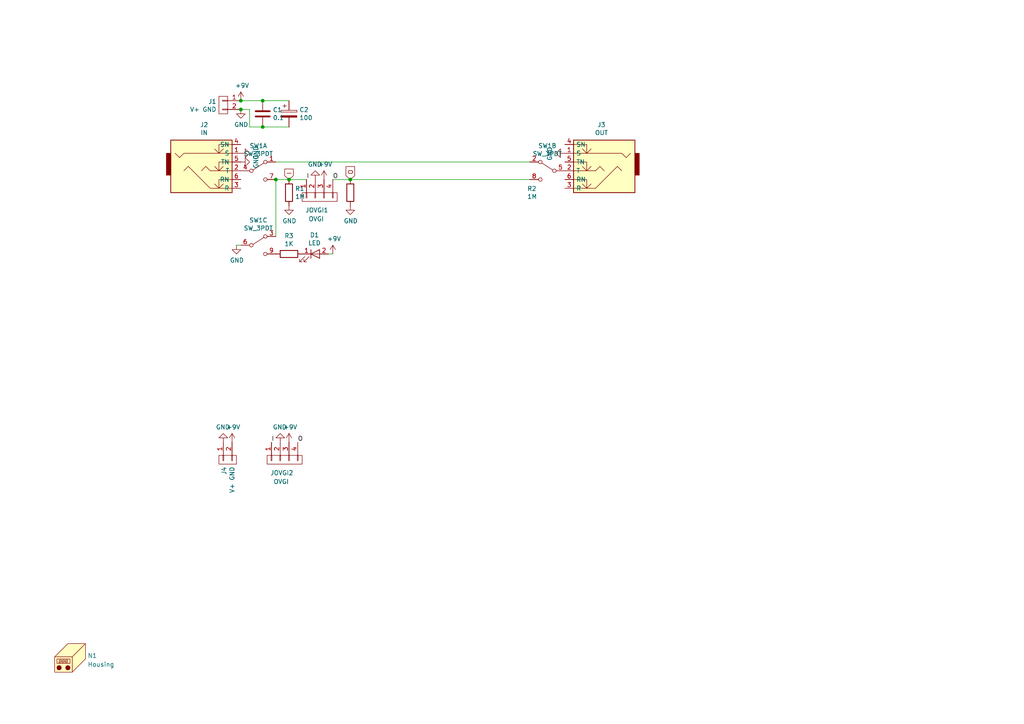
<source format=kicad_sch>
(kicad_sch (version 20230121) (generator eeschema)
  (paper "A4")
  (lib_symbols
    (symbol "1590B-rescue:C-device" (pin_numbers hide) (pin_names (offset 0.254))
      (property "Reference" "C" (at 0.635 2.54 0))
      (property "Value" "device:C" (at 0.635 -2.54 0))
      (symbol "C-device_0_1"
        (polyline (pts (xy -2.032 -0.762) (xy 2.032 -0.762)) (stroke (width 0.508)))
        (polyline (pts (xy -2.032 0.762) (xy 2.032 0.762)) (stroke (width 0.508)))
      )
      (symbol "C-device_1_1"
        (pin passive line (at 0 3.81 270) (length 2.794) (name "~") (number "1"))
        (pin passive line (at 0 -3.81 90) (length 2.794) (name "~") (number "2"))
      )
    )
    (symbol "1590B-rescue:CONN_01X02-conn" (pin_names (offset 1.016) hide)
      (property "Reference" "J" (at 0 3.81 0))
      (property "Value" "conn:CONN_01X02" (at 2.54 0 90))
      (symbol "CONN_01X02-conn_0_1"
        (rectangle (start -1.27 -1.143) (end 0.254 -1.397))
        (rectangle (start -1.27 1.397) (end 0.254 1.143))
        (rectangle (start -1.27 2.54) (end 1.27 -2.54))
      )
      (symbol "CONN_01X02-conn_1_1"
        (pin passive line (at -5.08 1.27 0) (length 3.81) (name "P1") (number "1"))
        (pin passive line (at -5.08 -1.27 0) (length 3.81) (name "P2") (number "2"))
      )
    )
    (symbol "1590B-rescue:CONN_01X04-conn" (pin_names (offset 1.016) hide)
      (property "Reference" "J" (at 0 6.35 0))
      (property "Value" "conn:CONN_01X04" (at 2.54 0 90))
      (symbol "CONN_01X04-conn_0_1"
        (rectangle (start -1.27 -3.683) (end 0.254 -3.937))
        (rectangle (start -1.27 -1.143) (end 0.254 -1.397))
        (rectangle (start -1.27 1.397) (end 0.254 1.143))
        (rectangle (start -1.27 3.937) (end 0.254 3.683))
        (rectangle (start -1.27 5.08) (end 1.27 -5.08))
      )
      (symbol "CONN_01X04-conn_1_1"
        (pin passive line (at -5.08 3.81 0) (length 3.81) (name "P1") (number "1"))
        (pin passive line (at -5.08 1.27 0) (length 3.81) (name "P2") (number "2"))
        (pin passive line (at -5.08 -1.27 0) (length 3.81) (name "P3") (number "3"))
        (pin passive line (at -5.08 -3.81 0) (length 3.81) (name "P4") (number "4"))
      )
    )
    (symbol "1590B-rescue:CP-device" (pin_numbers hide) (pin_names (offset 0.254))
      (property "Reference" "C" (at 0.635 2.54 0))
      (property "Value" "device:CP" (at 0.635 -2.54 0))
      (symbol "CP-device_0_1"
        (rectangle (start -2.286 0.508) (end -2.286 1.016))
        (rectangle (start -2.286 0.508) (end 2.286 0.508))
        (polyline (pts (xy -1.778 2.286) (xy -0.762 2.286)))
        (polyline (pts (xy -1.27 2.794) (xy -1.27 1.778)))
        (rectangle (start 2.286 -0.508) (end -2.286 -1.016) (fill (type outline)))
        (rectangle (start 2.286 1.016) (end -2.286 1.016))
        (rectangle (start 2.286 1.016) (end 2.286 0.508))
      )
      (symbol "CP-device_1_1"
        (pin passive line (at 0 3.81 270) (length 2.794) (name "~") (number "1"))
        (pin passive line (at 0 -3.81 90) (length 2.794) (name "~") (number "2"))
      )
    )
    (symbol "1590B-rescue:JACK_TRS_6PINS-conn" (pin_names (offset 0.762))
      (property "Reference" "J" (at 0 10.16 0))
      (property "Value" "conn:JACK_TRS_6PINS" (at -1.27 -7.62 0))
      (symbol "JACK_TRS_6PINS-conn_0_0"
        (polyline (pts (xy 3.81 -5.08) (xy 3.81 -2.54) (xy 7.62 -2.54)))
        (polyline (pts (xy 3.81 0) (xy 3.81 2.54) (xy 7.62 2.54)))
        (polyline (pts (xy 3.81 5.08) (xy 3.81 7.62) (xy 7.62 7.62)))
        (polyline (pts (xy -8.89 5.08) (xy -7.62 3.81) (xy -6.35 5.08) (xy 7.62 5.08)))
        (polyline (pts (xy -6.35 0) (xy -5.08 1.27) (xy 1.27 -5.08) (xy 7.62 -5.08)))
      )
      (symbol "JACK_TRS_6PINS-conn_0_1"
        (rectangle (start -11.43 5.08) (end -10.16 -1.27) (fill (type outline)))
        (polyline (pts (xy 1.27 0) (xy 7.62 0)))
        (polyline (pts (xy 1.27 0) (xy 0 1.27) (xy -1.27 0) (xy -1.27 0)))
        (polyline (pts (xy 2.54 -3.81) (xy 3.81 -5.08) (xy 5.08 -3.81) (xy 5.08 -3.81)))
        (polyline (pts (xy 2.54 1.27) (xy 3.81 0) (xy 5.08 1.27) (xy 5.08 1.27)))
        (polyline (pts (xy 2.54 6.35) (xy 3.81 5.08) (xy 5.08 6.35) (xy 5.08 6.35)))
        (rectangle (start 7.62 -6.35) (end -10.16 8.89) (stroke (width 0.254)) (fill (type background)))
      )
      (symbol "JACK_TRS_6PINS-conn_1_1"
        (pin passive line (at 10.16 5.08 180) (length 2.54) (name "S") (number "1"))
        (pin passive line (at 10.16 0 180) (length 2.54) (name "T") (number "2"))
        (pin passive line (at 10.16 -5.08 180) (length 2.54) (name "R") (number "3"))
        (pin passive line (at 10.16 7.62 180) (length 2.54) (name "SN") (number "4"))
        (pin passive line (at 10.16 2.54 180) (length 2.54) (name "TN") (number "5"))
        (pin passive line (at 10.16 -2.54 180) (length 2.54) (name "RN") (number "6"))
      )
    )
    (symbol "1590B-rescue:LED-device" (pin_names (offset 1.016) hide)
      (property "Reference" "D" (at 0 2.54 0))
      (property "Value" "device:LED" (at 0 -2.54 0))
      (symbol "LED-device_0_1"
        (polyline (pts (xy -1.27 -1.27) (xy -1.27 1.27)) (stroke (width 0.2032)))
        (polyline (pts (xy -1.27 0) (xy 1.27 0)))
        (polyline (pts (xy 1.27 -1.27) (xy 1.27 1.27) (xy -1.27 0) (xy 1.27 -1.27)) (stroke (width 0.2032)))
        (polyline (pts (xy -3.048 -0.762) (xy -4.572 -2.286) (xy -3.81 -2.286) (xy -4.572 -2.286) (xy -4.572 -1.524)))
        (polyline (pts (xy -1.778 -0.762) (xy -3.302 -2.286) (xy -2.54 -2.286) (xy -3.302 -2.286) (xy -3.302 -1.524)))
      )
      (symbol "LED-device_1_1"
        (pin passive line (at -3.81 0 0) (length 2.54) (name "K") (number "1"))
        (pin passive line (at 3.81 0 180) (length 2.54) (name "A") (number "2"))
      )
    )
    (symbol "1590B-rescue:R-device" (pin_numbers hide) (pin_names (offset 0))
      (property "Reference" "R" (at 2.032 0 90))
      (property "Value" "device:R" (at 0 0 90))
      (symbol "R-device_0_1"
        (rectangle (start -1.016 -2.54) (end 1.016 2.54) (stroke (width 0.254)))
      )
      (symbol "R-device_1_1"
        (pin passive line (at 0 3.81 270) (length 1.27) (name "~") (number "1"))
        (pin passive line (at 0 -3.81 90) (length 1.27) (name "~") (number "2"))
      )
    )
    (symbol "1590B-rescue:SW_3PDT-switches" (pin_names (offset 0) hide)
      (property "Reference" "SW" (at 0 4.318 0))
      (property "Value" "switches:SW_3PDT" (at 0 -5.08 0))
      (symbol "SW_3PDT-switches_0_0"
        (circle (center -2.032 0) (radius 0.508))
        (circle (center 2.032 -2.54) (radius 0.508))
      )
      (symbol "SW_3PDT-switches_0_1"
        (polyline (pts (xy -1.524 0.254) (xy 1.651 2.286)))
        (circle (center 2.032 2.54) (radius 0.508))
      )
      (symbol "SW_3PDT-switches_1_1"
        (pin passive line (at 5.08 2.54 180) (length 2.54) (name "A") (number "1"))
        (pin passive line (at -5.08 0 0) (length 2.54) (name "B") (number "4"))
        (pin passive line (at 5.08 -2.54 180) (length 2.54) (name "C") (number "7"))
      )
      (symbol "SW_3PDT-switches_2_1"
        (pin passive line (at 5.08 2.54 180) (length 2.54) (name "A") (number "2"))
        (pin passive line (at -5.08 0 0) (length 2.54) (name "B") (number "5"))
        (pin passive line (at 5.08 -2.54 180) (length 2.54) (name "C") (number "8"))
      )
      (symbol "SW_3PDT-switches_3_1"
        (pin passive line (at 5.08 2.54 180) (length 2.54) (name "A") (number "3"))
        (pin passive line (at -5.08 0 0) (length 2.54) (name "B") (number "6"))
        (pin passive line (at 5.08 -2.54 180) (length 2.54) (name "C") (number "9"))
      )
    )
    (symbol "Mechanical:Housing" (pin_names (offset 1.016))
      (property "Reference" "N" (at 3.81 0 0))
      (property "Value" "Housing" (at 3.81 -1.905 0))
      (symbol "Housing_0_1"
        (rectangle (start -5.08 -0.635) (end -1.27 -1.905))
        (circle (center -4.445 -3.175) (radius 0.635) (fill (type outline)))
        (circle (center -1.905 -3.175) (radius 0.635) (fill (type outline)))
        (polyline (pts (xy -4.5212 -1.5748) (xy -4.4704 -1.3716)))
        (polyline (pts (xy -4.4196 -1.6764) (xy -4.064 -1.6764)))
        (polyline (pts (xy -4.4196 -1.2192) (xy -4.3688 -0.9652)))
        (polyline (pts (xy -4.318 -1.3208) (xy -4.0132 -1.3208)))
        (polyline (pts (xy -4.2164 -0.9144) (xy -3.9116 -0.9144)))
        (polyline (pts (xy -3.9116 -1.6256) (xy -3.8608 -1.3716)))
        (polyline (pts (xy -3.81 -1.2192) (xy -3.7592 -0.9652)))
        (polyline (pts (xy -3.6068 -1.5748) (xy -3.556 -1.3716)))
        (polyline (pts (xy -3.5052 -1.6764) (xy -3.1496 -1.6764)))
        (polyline (pts (xy -3.5052 -1.2192) (xy -3.4544 -0.9652)))
        (polyline (pts (xy -3.4036 -1.3208) (xy -3.0988 -1.3208)))
        (polyline (pts (xy -3.302 -0.9144) (xy -2.9972 -0.9144)))
        (polyline (pts (xy -2.9972 -1.6256) (xy -2.9464 -1.3716)))
        (polyline (pts (xy -2.8956 -1.2192) (xy -2.8448 -0.9652)))
        (polyline (pts (xy -2.6924 -1.5748) (xy -2.6416 -1.3716)))
        (polyline (pts (xy -2.5908 -1.6764) (xy -2.2352 -1.6764)))
        (polyline (pts (xy -2.5908 -1.2192) (xy -2.54 -0.9652)))
        (polyline (pts (xy -2.4892 -1.3208) (xy -2.1844 -1.3208)))
        (polyline (pts (xy -2.3876 -0.9144) (xy -2.0828 -0.9144)))
        (polyline (pts (xy -2.0828 -1.6256) (xy -2.032 -1.3716)))
        (polyline (pts (xy -1.9812 -1.2192) (xy -1.9304 -0.9652)))
        (polyline (pts (xy -0.635 0) (xy -0.635 -4.445)))
        (polyline (pts (xy -5.715 0) (xy -0.635 0) (xy 3.175 3.81)))
        (polyline (pts (xy -5.715 0) (xy -5.715 -4.445) (xy -0.635 -4.445) (xy 3.175 -0.635) (xy 3.175 3.81) (xy -1.905 3.81) (xy -5.715 0)) (fill (type background)))
      )
    )
    (symbol "power:+9V" (power) (pin_names (offset 0))
      (property "Value" "+9V" (at 0 3.556 0))
      (symbol "+9V_0_1"
        (polyline (pts (xy -0.762 1.27) (xy 0 2.54)))
        (polyline (pts (xy 0 0) (xy 0 2.54)))
        (polyline (pts (xy 0 2.54) (xy 0.762 1.27)))
      )
      (symbol "+9V_1_1"
        (pin power_in line (at 0 0 90) (length 0) hide (name "+9V") (number "1"))
      )
    )
    (symbol "power:GND" (power) (pin_names (offset 0))
      (property "Value" "GND" (at 0 -3.81 0))
      (symbol "GND_0_1"
        (polyline (pts (xy 0 0) (xy 0 -1.27) (xy 1.27 -1.27) (xy 0 -2.54) (xy -1.27 -1.27) (xy 0 -1.27)))
      )
      (symbol "GND_1_1"
        (pin power_in line (at 0 0 270) (length 0) hide (name "GND") (number "1"))
      )
    )
  )
  (junction (at 76.2 36.83))
  (junction (at 101.6 52.07))
  (junction (at 80.01 52.07))
  (junction (at 83.82 52.07))
  (junction (at 69.85 31.75))
  (junction (at 69.85 29.21))
  (junction (at 76.2 29.21))
  (wire (pts (xy 72.39 36.83) (xy 76.2 36.83)))
  (wire (pts (xy 80.01 52.07) (xy 83.82 52.07)))
  (wire (pts (xy 72.39 31.75) (xy 72.39 36.83)))
  (wire (pts (xy 69.85 71.12) (xy 68.58 71.12)))
  (wire (pts (xy 69.85 31.75) (xy 72.39 31.75)))
  (wire (pts (xy 153.67 52.07) (xy 101.6 52.07)))
  (wire (pts (xy 80.01 52.07) (xy 80.01 68.58)))
  (wire (pts (xy 80.01 46.99) (xy 153.67 46.99)))
  (wire (pts (xy 83.82 52.07) (xy 88.9 52.07)))
  (wire (pts (xy 76.2 36.83) (xy 83.82 36.83)))
  (wire (pts (xy 96.52 52.07) (xy 101.6 52.07)))
  (wire (pts (xy 83.82 29.21) (xy 76.2 29.21)))
  (wire (pts (xy 76.2 29.21) (xy 69.85 29.21)))
  (wire (pts (xy 95.25 73.66) (xy 96.52 73.66)))
  (label "O" (at 96.52 52.07 0))
  (label "I" (at 88.9 52.07 0))
  (label "I" (at 78.74 128.27 0))
  (label "O" (at 86.36 128.27 0))
  (global_label "I" (shape input) (at 83.82 52.07 90) (property "Intersheetrefs" "${INTERSHEET_REFS}" (effects hide)))
  (global_label "O" (shape input) (at 101.6 52.07 90) (property "Intersheetrefs" "${INTERSHEET_REFS}" (effects hide)))
  (symbol (lib_id "1590B-rescue:JACK_TRS_6PINS-conn") (at 173.99 49.53 0) (mirror y) (unit 1)
    (property "Reference" "J3" (at 174.4472 36.195 0))
    (property "Value" "OUT" (at 174.4472 38.5064 0))
    (property "Footprint" "Connectors:NMJ6HCD2" (effects hide))
    (instances (project "1590B" (path "" (reference "J3") (unit 1)) (path "" (reference "J4") (unit 1))))
  )
  (symbol (lib_id "1590B-rescue:R-device") (at 83.82 55.88 0) (unit 1)
    (property "Reference" "R1" (at 85.598 54.7116 0) (effects (justify left)))
    (property "Value" "1M" (at 85.598 57.023 0) (effects (justify left)))
    (property "Footprint" "Resistors_ThroughHole:Resistor_Horizontal_RM7mm" (effects hide))
  )
  (symbol (lib_id "1590B-rescue:R-device") (at 101.6 55.88 0) (unit 1)
    (property "Reference" "R2" (at 152.908 54.7116 0) (effects (justify left)))
    (property "Value" "1M" (at 152.908 57.023 0) (effects (justify left)))
    (property "Footprint" "Resistors_ThroughHole:Resistor_Horizontal_RM7mm" (effects hide))
    (instances (project "1590B" (path "" (reference "R2") (unit 1)) (path "" (reference "R3") (unit 1))))
  )
  (symbol (lib_id "1590B-rescue:C-device") (at 76.2 33.02 180) (unit 1)
    (property "Reference" "C1" (at 79.121 31.8516 0) (effects (justify right)))
    (property "Value" "0.1" (at 79.121 34.163 0) (effects (justify right)))
    (property "Footprint" "Capacitors_ThroughHole:C_Rect_L7_W3.5_P5" (effects hide))
  )
  (symbol (lib_id "1590B-rescue:CONN_01X04-conn") (at 82.55 133.35 90) (mirror x) (unit 1)
    (property "Reference" "JOVGI2" (at 85.09 137.16 90) (effects (justify left)))
    (property "Value" "OVGI" (at 83.82 139.7 90) (effects (justify left)))
    (property "Footprint" "Pin_Headers:Pin_Header_Straight_1x04_Pitch2.54mm" (effects hide))
    (instances (project "1590B" (path "" (reference "JOVGI2") (unit 1)) (path "" (reference "JOVGI1") (unit 1))))
  )
  (symbol (lib_id "power:GND") (at 83.82 59.69 0) (unit 1)
    (property "Reference" "#PWR05" (effects hide))
    (property "Value" "GND" (at 83.947 64.0842 0))
    (instances (project "1590B" (path "" (reference "#PWR05") (unit 1)) (path "" (reference "#PWR09") (unit 1))))
  )
  (symbol (lib_id "1590B-rescue:SW_3PDT-switches") (at 74.93 71.12 0) (unit 3)
    (property "Reference" "SW1" (at 74.93 63.881 0))
    (property "Value" "SW_3PDT" (at 74.93 66.1924 0))
    (property "Footprint" "KiCad Lib:3PDT-Footswitch" (effects hide))
  )
  (symbol (lib_id "power:GND") (at 64.77 128.27 180) (unit 1)
    (property "Reference" "#PWR014" (effects hide))
    (property "Value" "GND" (at 64.643 123.8758 0))
    (instances (project "1590B" (path "" (reference "#PWR014") (unit 1)) (path "" (reference "#PWR01") (unit 1))))
  )
  (symbol (lib_id "power:GND") (at 69.85 44.45 90) (unit 1)
    (property "Reference" "#PWR011" (effects hide))
    (property "Value" "GND" (at 74.2442 44.323 0))
    (instances (project "1590B" (path "" (reference "#PWR011") (unit 1)) (path "" (reference "#PWR06") (unit 1))))
  )
  (symbol (lib_id "power:+9V") (at 96.52 73.66 0) (unit 1)
    (property "Reference" "#PWR08" (effects hide))
    (property "Value" "+9V" (at 96.901 69.2658 0))
    (instances (project "1590B" (path "" (reference "#PWR08") (unit 1)) (path "" (reference "#PWR013") (unit 1))))
  )
  (symbol (lib_id "Mechanical:Housing") (at 21.59 190.5 0) (unit 1)
    (property "Reference" "N1" (at 25.4 190.1825 0) (effects (justify left)))
    (property "Value" "Housing" (at 25.4 192.7225 0) (effects (justify left)))
    (property "Footprint" "Pedal-Components:1590B" (effects hide))
  )
  (symbol (lib_id "power:+9V") (at 67.31 128.27 0) (unit 1)
    (property "Reference" "#PWR015" (effects hide))
    (property "Value" "+9V" (at 67.691 123.8758 0))
    (instances (project "1590B" (path "" (reference "#PWR015") (unit 1)) (path "" (reference "#PWR02") (unit 1))))
  )
  (symbol (lib_id "power:+9V") (at 69.85 29.21 0) (unit 1)
    (property "Reference" "#PWR01" (effects hide))
    (property "Value" "+9V" (at 70.231 24.8158 0))
    (instances (project "1590B" (path "" (reference "#PWR01") (unit 1)) (path "" (reference "#PWR04") (unit 1))))
  )
  (symbol (lib_id "1590B-rescue:CONN_01X02-conn") (at 64.77 30.48 0) (mirror y) (unit 1)
    (property "Reference" "J1" (at 62.7888 29.4386 0) (effects (justify left)))
    (property "Value" "V+ GND" (at 62.7888 31.75 0) (effects (justify left)))
    (property "Footprint" "Pin_Headers:Pin_Header_Straight_1x02_Pitch2.54mm" (effects hide))
    (instances (project "1590B" (path "" (reference "J1") (unit 1)) (path "" (reference "J2") (unit 1))))
  )
  (symbol (lib_id "power:GND") (at 101.6 59.69 0) (unit 1)
    (property "Reference" "#PWR06" (effects hide))
    (property "Value" "GND" (at 101.727 64.0842 0))
    (instances (project "1590B" (path "" (reference "#PWR06") (unit 1)) (path "" (reference "#PWR014") (unit 1))))
  )
  (symbol (lib_id "1590B-rescue:R-device") (at 83.82 73.66 270) (unit 1)
    (property "Reference" "R3" (at 83.82 68.4022 90))
    (property "Value" "1K" (at 83.82 70.7136 90))
    (property "Footprint" "Resistors_ThroughHole:Resistor_Horizontal_RM7mm" (effects hide))
    (instances (project "1590B" (path "" (reference "R3") (unit 1)) (path "" (reference "R2") (unit 1))))
  )
  (symbol (lib_id "power:+9V") (at 93.98 52.07 0) (unit 1)
    (property "Reference" "#PWR04" (effects hide))
    (property "Value" "+9V" (at 94.361 47.6758 0))
    (instances (project "1590B" (path "" (reference "#PWR04") (unit 1)) (path "" (reference "#PWR012") (unit 1))))
  )
  (symbol (lib_id "1590B-rescue:SW_3PDT-switches") (at 74.93 49.53 0) (unit 1)
    (property "Reference" "SW1" (at 74.93 42.291 0))
    (property "Value" "SW_3PDT" (at 74.93 44.6024 0))
    (property "Footprint" "KiCad Lib:3PDT-Footswitch" (effects hide))
  )
  (symbol (lib_id "1590B-rescue:JACK_TRS_6PINS-conn") (at 59.69 49.53 0) (unit 1)
    (property "Reference" "J2" (at 59.2074 36.195 0))
    (property "Value" "IN" (at 59.2074 38.5064 0))
    (property "Footprint" "Connectors:NMJ6HCD2" (effects hide))
    (instances (project "1590B" (path "" (reference "J2") (unit 1)) (path "" (reference "J1") (unit 1))))
  )
  (symbol (lib_id "power:GND") (at 69.85 46.99 90) (unit 1)
    (property "Reference" "#PWR013" (effects hide))
    (property "Value" "GND" (at 74.2442 46.863 0))
    (instances (project "1590B" (path "" (reference "#PWR013") (unit 1)) (path "" (reference "#PWR07") (unit 1))))
  )
  (symbol (lib_id "power:+9V") (at 83.82 128.27 0) (unit 1)
    (property "Reference" "#PWR010" (effects hide))
    (property "Value" "+9V" (at 84.201 123.8758 0))
  )
  (symbol (lib_id "power:GND") (at 81.28 128.27 180) (unit 1)
    (property "Reference" "#PWR09" (effects hide))
    (property "Value" "GND" (at 81.153 123.8758 0))
    (instances (project "1590B" (path "" (reference "#PWR09") (unit 1)) (path "" (reference "#PWR08") (unit 1))))
  )
  (symbol (lib_id "power:GND") (at 163.83 44.45 270) (unit 1)
    (property "Reference" "#PWR012" (effects hide))
    (property "Value" "GND" (at 159.4358 44.577 0))
    (instances (project "1590B" (path "" (reference "#PWR012") (unit 1)) (path "" (reference "#PWR015") (unit 1))))
  )
  (symbol (lib_id "power:GND") (at 68.58 71.12 0) (unit 1)
    (property "Reference" "#PWR07" (effects hide))
    (property "Value" "GND" (at 68.707 75.5142 0))
    (instances (project "1590B" (path "" (reference "#PWR07") (unit 1)) (path "" (reference "#PWR03") (unit 1))))
  )
  (symbol (lib_id "power:GND") (at 91.44 52.07 180) (unit 1)
    (property "Reference" "#PWR03" (effects hide))
    (property "Value" "GND" (at 91.313 47.6758 0))
    (instances (project "1590B" (path "" (reference "#PWR03") (unit 1)) (path "" (reference "#PWR011") (unit 1))))
  )
  (symbol (lib_id "1590B-rescue:CONN_01X02-conn") (at 66.04 133.35 90) (mirror x) (unit 1)
    (property "Reference" "J4" (at 64.9986 135.3312 0) (effects (justify left)))
    (property "Value" "V+ GND" (at 67.31 135.3312 0) (effects (justify left)))
    (property "Footprint" "Pin_Headers:Pin_Header_Straight_1x02_Pitch2.54mm" (effects hide))
    (instances (project "1590B" (path "" (reference "J4") (unit 1)) (path "" (reference "J3") (unit 1))))
  )
  (symbol (lib_id "1590B-rescue:LED-device") (at 91.44 73.66 0) (unit 1)
    (property "Reference" "D1" (at 91.2114 68.1736 0))
    (property "Value" "LED" (at 91.2114 70.485 0))
    (property "Footprint" "LEDs:LED-5MM" (effects hide))
  )
  (symbol (lib_id "1590B-rescue:CP-device") (at 83.82 33.02 0) (unit 1)
    (property "Reference" "C2" (at 86.8172 31.8516 0) (effects (justify left)))
    (property "Value" "100" (at 86.8172 34.163 0) (effects (justify left)))
    (property "Footprint" "Capacitors_THT:CP_Radial_D8.0mm_P2.50mm" (effects hide))
  )
  (symbol (lib_id "power:GND") (at 69.85 31.75 0) (unit 1)
    (property "Reference" "#PWR02" (effects hide))
    (property "Value" "GND" (at 69.977 36.1442 0))
    (instances (project "1590B" (path "" (reference "#PWR02") (unit 1)) (path "" (reference "#PWR05") (unit 1))))
  )
  (symbol (lib_id "1590B-rescue:SW_3PDT-switches") (at 158.75 49.53 0) (mirror y) (unit 2)
    (property "Reference" "SW1" (at 158.75 42.291 0))
    (property "Value" "SW_3PDT" (at 158.75 44.6024 0))
    (property "Footprint" "KiCad Lib:3PDT-Footswitch" (effects hide))
  )
  (symbol (lib_id "1590B-rescue:CONN_01X04-conn") (at 92.71 57.15 90) (mirror x) (unit 1)
    (property "Reference" "JOVGI1" (at 95.25 60.96 90) (effects (justify left)))
    (property "Value" "OVGI" (at 93.98 63.5 90) (effects (justify left)))
    (property "Footprint" "Pin_Headers:Pin_Header_Straight_1x04_Pitch2.54mm" (effects hide))
    (instances (project "1590B" (path "" (reference "JOVGI1") (unit 1)) (path "" (reference "JOVGI2") (unit 1))))
  )
)
</source>
